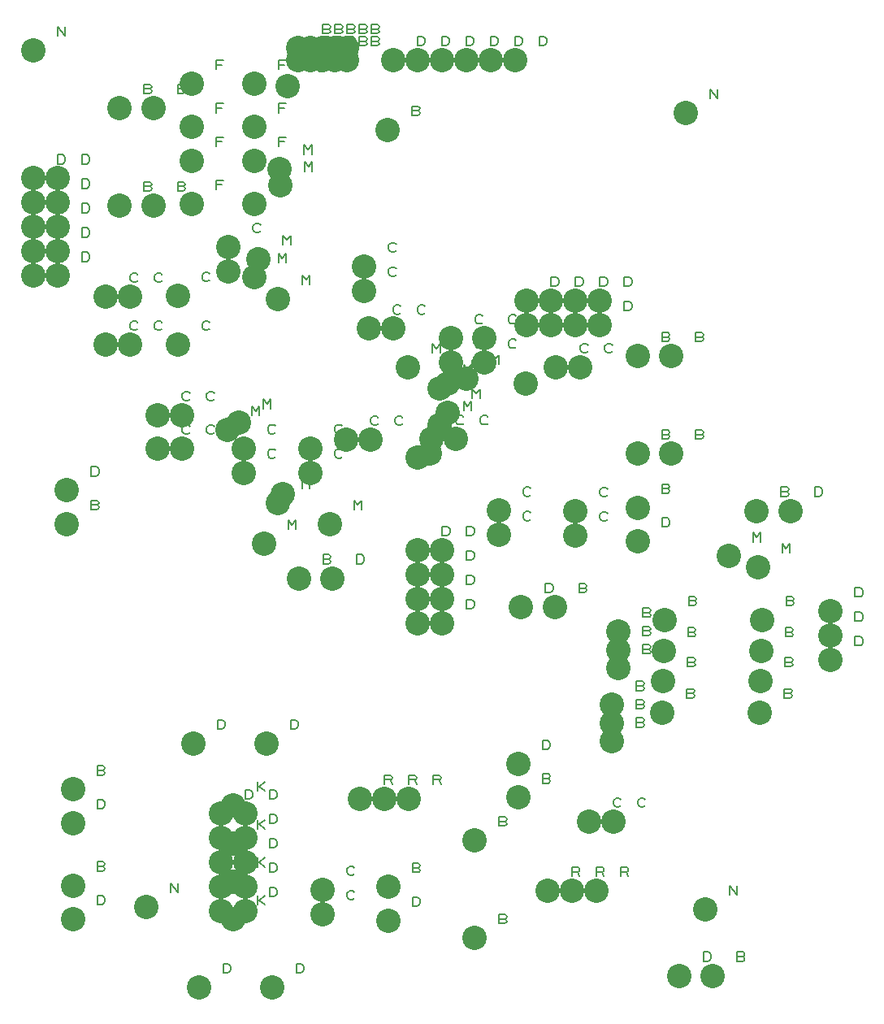
<source format=gbr>
%FSLAX35Y35*%
%MOIN*%
G04 EasyPC Gerber Version 18.0.8 Build 3632 *
%ADD10C,0.00500*%
%ADD87C,0.10000*%
X0Y0D02*
D02*
D10*
X108856Y322723D02*
Y326473D01*
X110731*
X111356Y326161*
X111669Y325848*
X111981Y325223*
Y323973*
X111669Y323348*
X111356Y323035*
X110731Y322723*
X108856*
Y332723D02*
Y336473D01*
X110731*
X111356Y336161*
X111669Y335848*
X111981Y335223*
Y333973*
X111669Y333348*
X111356Y333035*
X110731Y332723*
X108856*
Y342723D02*
Y346473D01*
X110731*
X111356Y346161*
X111669Y345848*
X111981Y345223*
Y343973*
X111669Y343348*
X111356Y343035*
X110731Y342723*
X108856*
Y352723D02*
Y356473D01*
X110731*
X111356Y356161*
X111669Y355848*
X111981Y355223*
Y353973*
X111669Y353348*
X111356Y353035*
X110731Y352723*
X108856*
Y362723D02*
Y366473D01*
X110731*
X111356Y366161*
X111669Y365848*
X111981Y365223*
Y363973*
X111669Y363348*
X111356Y363035*
X110731Y362723*
X108856*
Y415243D02*
Y418993D01*
X111981Y415243*
Y418993*
X118856Y322723D02*
Y326473D01*
X120731*
X121356Y326161*
X121669Y325848*
X121981Y325223*
Y323973*
X121669Y323348*
X121356Y323035*
X120731Y322723*
X118856*
Y332723D02*
Y336473D01*
X120731*
X121356Y336161*
X121669Y335848*
X121981Y335223*
Y333973*
X121669Y333348*
X121356Y333035*
X120731Y332723*
X118856*
Y342723D02*
Y346473D01*
X120731*
X121356Y346161*
X121669Y345848*
X121981Y345223*
Y343973*
X121669Y343348*
X121356Y343035*
X120731Y342723*
X118856*
Y352723D02*
Y356473D01*
X120731*
X121356Y356161*
X121669Y355848*
X121981Y355223*
Y353973*
X121669Y353348*
X121356Y353035*
X120731Y352723*
X118856*
Y362723D02*
Y366473D01*
X120731*
X121356Y366161*
X121669Y365848*
X121981Y365223*
Y363973*
X121669Y363348*
X121356Y363035*
X120731Y362723*
X118856*
X124823Y222844D02*
X125448Y222531D01*
X125761Y221906*
X125448Y221281*
X124823Y220969*
X122636*
Y224719*
X124823*
X125448Y224406*
X125761Y223781*
X125448Y223156*
X124823Y222844*
X122636*
Y234748D02*
Y238498D01*
X124511*
X125136Y238186*
X125448Y237873*
X125761Y237248*
Y235998*
X125448Y235373*
X125136Y235061*
X124511Y234748*
X122636*
X125195Y58926D02*
Y62676D01*
X127070*
X127695Y62364*
X128007Y62051*
X128320Y61426*
Y60176*
X128007Y59551*
X127695Y59239*
X127070Y58926*
X125195*
X127382Y74581D02*
X128007Y74268D01*
X128320Y73643*
X128007Y73018*
X127382Y72706*
X125195*
Y76456*
X127382*
X128007Y76143*
X128320Y75518*
X128007Y74893*
X127382Y74581*
X125195*
Y98296D02*
Y102046D01*
X127070*
X127695Y101734*
X128007Y101421*
X128320Y100796*
Y99546*
X128007Y98921*
X127695Y98609*
X127070Y98296*
X125195*
X127382Y113951D02*
X128007Y113638D01*
X128320Y113013*
X128007Y112388*
X127382Y112076*
X125195*
Y115826*
X127382*
X128007Y115513*
X128320Y114888*
X128007Y114263*
X127382Y113951*
X125195*
X141706Y295100D02*
X141393Y294787D01*
X140768Y294475*
X139831*
X139206Y294787*
X138893Y295100*
X138581Y295725*
Y296975*
X138893Y297600*
X139206Y297913*
X139831Y298225*
X140768*
X141393Y297913*
X141706Y297600*
Y314785D02*
X141393Y314472D01*
X140768Y314160*
X139831*
X139206Y314472*
X138893Y314785*
X138581Y315410*
Y316660*
X138893Y317285*
X139206Y317598*
X139831Y317910*
X140768*
X141393Y317598*
X141706Y317285*
X146477Y353496D02*
X147102Y353183D01*
X147415Y352558*
X147102Y351933*
X146477Y351620*
X144289*
Y355370*
X146477*
X147102Y355058*
X147415Y354433*
X147102Y353808*
X146477Y353496*
X144289*
X146477Y393496D02*
X147102Y393183D01*
X147415Y392558*
X147102Y391933*
X146477Y391620*
X144289*
Y395370*
X146477*
X147102Y395058*
X147415Y394433*
X147102Y393808*
X146477Y393496*
X144289*
X151706Y295100D02*
X151393Y294787D01*
X150768Y294475*
X149831*
X149206Y294787*
X148893Y295100*
X148581Y295725*
Y296975*
X148893Y297600*
X149206Y297913*
X149831Y298225*
X150768*
X151393Y297913*
X151706Y297600*
Y314785D02*
X151393Y314472D01*
X150768Y314160*
X149831*
X149206Y314472*
X148893Y314785*
X148581Y315410*
Y316660*
X148893Y317285*
X149206Y317598*
X149831Y317910*
X150768*
X151393Y317598*
X151706Y317285*
X155116Y63865D02*
Y67615D01*
X158241Y63865*
Y67615*
X160256Y353496D02*
X160881Y353183D01*
X161194Y352558*
X160881Y351933*
X160256Y351620*
X158069*
Y355370*
X160256*
X160881Y355058*
X161194Y354433*
X160881Y353808*
X160256Y353496*
X158069*
X160256Y393496D02*
X160881Y393183D01*
X161194Y392558*
X160881Y391933*
X160256Y391620*
X158069*
Y395370*
X160256*
X160881Y395058*
X161194Y394433*
X160881Y393808*
X160256Y393496*
X158069*
X163163Y252482D02*
X162850Y252169D01*
X162225Y251857*
X161287*
X160663Y252169*
X160350Y252482*
X160037Y253107*
Y254357*
X160350Y254982*
X160663Y255294*
X161287Y255607*
X162225*
X162850Y255294*
X163163Y254982*
Y266261D02*
X162850Y265949D01*
X162225Y265636*
X161287*
X160663Y265949*
X160350Y266261*
X160037Y266886*
Y268136*
X160350Y268761*
X160663Y269074*
X161287Y269386*
X162225*
X162850Y269074*
X163163Y268761*
X171233Y295100D02*
X170921Y294787D01*
X170296Y294475*
X169358*
X168733Y294787*
X168421Y295100*
X168108Y295725*
Y296975*
X168421Y297600*
X168733Y297913*
X169358Y298225*
X170296*
X170921Y297913*
X171233Y297600*
Y315100D02*
X170921Y314787D01*
X170296Y314475*
X169358*
X168733Y314787*
X168421Y315100*
X168108Y315725*
Y316975*
X168421Y317600*
X168733Y317913*
X169358Y318225*
X170296*
X170921Y317913*
X171233Y317600*
X173163Y252482D02*
X172850Y252169D01*
X172225Y251857*
X171287*
X170663Y252169*
X170350Y252482*
X170037Y253107*
Y254357*
X170350Y254982*
X170663Y255294*
X171287Y255607*
X172225*
X172850Y255294*
X173163Y254982*
Y266261D02*
X172850Y265949D01*
X172225Y265636*
X171287*
X170663Y265949*
X170350Y266261*
X170037Y266886*
Y268136*
X170350Y268761*
X170663Y269074*
X171287Y269386*
X172225*
X172850Y269074*
X173163Y268761*
X173817Y352250D02*
Y356000D01*
X176942*
X176317Y354126D02*
X173817D01*
Y369967D02*
Y373717D01*
X176942*
X176317Y371842D02*
X173817D01*
Y383746D02*
Y387496D01*
X176942*
X176317Y385622D02*
X173817D01*
Y401463D02*
Y405213D01*
X176942*
X176317Y403338D02*
X173817D01*
X174467Y130991D02*
Y134741D01*
X176342*
X176967Y134428*
X177279Y134116*
X177592Y133491*
Y132241*
X177279Y131616*
X176967Y131303*
X176342Y130991*
X174467*
X176730Y30892D02*
Y34642D01*
X178606*
X179230Y34330*
X179543Y34017*
X179856Y33392*
Y32142*
X179543Y31517*
X179230Y31205*
X178606Y30892*
X176730*
X185746Y62172D02*
Y65922D01*
X187621*
X188246Y65609*
X188559Y65297*
X188871Y64672*
Y63422*
X188559Y62797*
X188246Y62484*
X187621Y62172*
X185746*
Y72172D02*
Y75922D01*
X187621*
X188246Y75609*
X188559Y75297*
X188871Y74672*
Y73422*
X188559Y72797*
X188246Y72484*
X187621Y72172*
X185746*
Y82172D02*
Y85922D01*
X187621*
X188246Y85609*
X188559Y85297*
X188871Y84672*
Y83422*
X188559Y82797*
X188246Y82484*
X187621Y82172*
X185746*
Y92172D02*
Y95922D01*
X187621*
X188246Y95609*
X188559Y95297*
X188871Y94672*
Y93422*
X188559Y92797*
X188246Y92484*
X187621Y92172*
X185746*
Y102172D02*
Y105922D01*
X187621*
X188246Y105609*
X188559Y105297*
X188871Y104672*
Y103422*
X188559Y102797*
X188246Y102484*
X187621Y102172*
X185746*
X188581Y259534D02*
Y263284D01*
X190143Y261409*
X191706Y263284*
Y259534*
X192100Y325159D02*
X191787Y324846D01*
X191162Y324534*
X190224*
X189600Y324846*
X189287Y325159*
X188974Y325784*
Y327034*
X189287Y327659*
X189600Y327972*
X190224Y328284*
X191162*
X191787Y327972*
X192100Y327659*
Y335159D02*
X191787Y334846D01*
X191162Y334534*
X190224*
X189600Y334846*
X189287Y335159*
X188974Y335784*
Y337034*
X189287Y337659*
X189600Y337972*
X190224Y338284*
X191162*
X191787Y337972*
X192100Y337659*
X190746Y58786D02*
Y62536D01*
Y60661D02*
X191683D01*
X193871Y62536*
X191683Y60661D02*
X193871Y58786D01*
X190746Y74376D02*
Y78126D01*
Y76252D02*
X191683D01*
X193871Y78126*
X191683Y76252D02*
X193871Y74376D01*
X190746Y89967D02*
Y93717D01*
Y91842D02*
X191683D01*
X193871Y93717*
X191683Y91842D02*
X193871Y89967D01*
X190746Y105557D02*
Y109307D01*
Y107433D02*
X191683D01*
X193871Y109307*
X191683Y107433D02*
X193871Y105557D01*
X193207Y262388D02*
Y266138D01*
X194769Y264263*
X196332Y266138*
Y262388*
X198202Y242639D02*
X197889Y242327D01*
X197264Y242014*
X196327*
X195702Y242327*
X195389Y242639*
X195077Y243264*
Y244514*
X195389Y245139*
X195702Y245452*
X196327Y245764*
X197264*
X197889Y245452*
X198202Y245139*
Y252639D02*
X197889Y252327D01*
X197264Y252014*
X196327*
X195702Y252327*
X195389Y252639*
X195077Y253264*
Y254514*
X195389Y255139*
X195702Y255452*
X196327Y255764*
X197264*
X197889Y255452*
X198202Y255139*
X195746Y62172D02*
Y65922D01*
X197621*
X198246Y65609*
X198559Y65297*
X198871Y64672*
Y63422*
X198559Y62797*
X198246Y62484*
X197621Y62172*
X195746*
Y72172D02*
Y75922D01*
X197621*
X198246Y75609*
X198559Y75297*
X198871Y74672*
Y73422*
X198559Y72797*
X198246Y72484*
X197621Y72172*
X195746*
Y82172D02*
Y85922D01*
X197621*
X198246Y85609*
X198559Y85297*
X198871Y84672*
Y83422*
X198559Y82797*
X198246Y82484*
X197621Y82172*
X195746*
Y92172D02*
Y95922D01*
X197621*
X198246Y95609*
X198559Y95297*
X198871Y94672*
Y93422*
X198559Y92797*
X198246Y92484*
X197621Y92172*
X195746*
Y102172D02*
Y105922D01*
X197621*
X198246Y105609*
X198559Y105297*
X198871Y104672*
Y103422*
X198559Y102797*
X198246Y102484*
X197621Y102172*
X195746*
X199407Y322132D02*
Y325882D01*
X200970Y324007*
X202533Y325882*
Y322132*
X199407Y352250D02*
Y356000D01*
X202533*
X201907Y354126D02*
X199407D01*
Y369967D02*
Y373717D01*
X202533*
X201907Y371842D02*
X199407D01*
Y383746D02*
Y387496D01*
X202533*
X201907Y385622D02*
X199407D01*
Y401463D02*
Y405213D01*
X202533*
X201907Y403338D02*
X199407D01*
X201376Y329613D02*
Y333363D01*
X202939Y331488*
X204501Y333363*
Y329613*
X203443Y212880D02*
Y216630D01*
X205006Y214756*
X206568Y216630*
Y212880*
X204467Y130991D02*
Y134741D01*
X206342*
X206967Y134428*
X207279Y134116*
X207592Y133491*
Y132241*
X207279Y131616*
X206967Y131303*
X206342Y130991*
X204467*
X206730Y30892D02*
Y34642D01*
X208606*
X209230Y34330*
X209543Y34017*
X209856Y33392*
Y32142*
X209543Y31517*
X209230Y31205*
X208606Y30892*
X206730*
X209250Y229711D02*
Y233461D01*
X210813Y231586*
X212375Y233461*
Y229711*
X209250Y313274D02*
Y317024D01*
X210813Y315149*
X212375Y317024*
Y313274*
X210037Y366719D02*
Y370469D01*
X211600Y368594*
X213163Y370469*
Y366719*
X210234Y359731D02*
Y363481D01*
X211797Y361606*
X213359Y363481*
Y359731*
X211219Y233156D02*
Y236906D01*
X212781Y235031*
X214344Y236906*
Y233156*
X213187Y400577D02*
Y404327D01*
X214750Y402452*
X216312Y404327*
Y400577*
X219902Y413023D02*
X220527Y412711D01*
X220840Y412086*
X220527Y411461*
X219902Y411148*
X217715*
Y414898*
X219902*
X220527Y414586*
X220840Y413961*
X220527Y413336*
X219902Y413023*
X217715*
X219902Y418023D02*
X220527Y417711D01*
X220840Y417086*
X220527Y416461*
X219902Y416148*
X217715*
Y419898*
X219902*
X220527Y419586*
X220840Y418961*
X220527Y418336*
X219902Y418023*
X217715*
X219919Y200582D02*
X220544Y200270D01*
X220857Y199645*
X220544Y199020*
X219919Y198707*
X217732*
Y202457*
X219919*
X220544Y202145*
X220857Y201520*
X220544Y200895*
X219919Y200582*
X217732*
X225663Y242639D02*
X225350Y242327D01*
X224725Y242014*
X223787*
X223163Y242327*
X222850Y242639*
X222537Y243264*
Y244514*
X222850Y245139*
X223163Y245452*
X223787Y245764*
X224725*
X225350Y245452*
X225663Y245139*
Y252639D02*
X225350Y252327D01*
X224725Y252014*
X223787*
X223163Y252327*
X222850Y252639*
X222537Y253264*
Y254514*
X222850Y255139*
X223163Y255452*
X223787Y255764*
X224725*
X225350Y255452*
X225663Y255139*
X224902Y413023D02*
X225527Y412711D01*
X225840Y412086*
X225527Y411461*
X224902Y411148*
X222715*
Y414898*
X224902*
X225527Y414586*
X225840Y413961*
X225527Y413336*
X224902Y413023*
X222715*
X224902Y418023D02*
X225527Y417711D01*
X225840Y417086*
X225527Y416461*
X224902Y416148*
X222715*
Y419898*
X224902*
X225527Y419586*
X225840Y418961*
X225527Y418336*
X224902Y418023*
X222715*
X230682Y61576D02*
X230370Y61264D01*
X229744Y60951*
X228807*
X228182Y61264*
X227870Y61576*
X227557Y62201*
Y63451*
X227870Y64076*
X228182Y64389*
X228807Y64701*
X229744*
X230370Y64389*
X230682Y64076*
Y71576D02*
X230370Y71264D01*
X229744Y70951*
X228807*
X228182Y71264*
X227870Y71576*
X227557Y72201*
Y73451*
X227870Y74076*
X228182Y74389*
X228807Y74701*
X229744*
X230370Y74389*
X230682Y74076*
X229902Y413023D02*
X230527Y412711D01*
X230840Y412086*
X230527Y411461*
X229902Y411148*
X227715*
Y414898*
X229902*
X230527Y414586*
X230840Y413961*
X230527Y413336*
X229902Y413023*
X227715*
X229902Y418023D02*
X230527Y417711D01*
X230840Y417086*
X230527Y416461*
X229902Y416148*
X227715*
Y419898*
X229902*
X230527Y419586*
X230840Y418961*
X230527Y418336*
X229902Y418023*
X227715*
X230411Y220969D02*
Y224719D01*
X231974Y222844*
X233537Y224719*
Y220969*
X231511Y198707D02*
Y202457D01*
X233387*
X234011Y202145*
X234324Y201832*
X234637Y201207*
Y199957*
X234324Y199332*
X234011Y199020*
X233387Y198707*
X231511*
X234902Y413023D02*
X235527Y412711D01*
X235840Y412086*
X235527Y411461*
X234902Y411148*
X232715*
Y414898*
X234902*
X235527Y414586*
X235840Y413961*
X235527Y413336*
X234902Y413023*
X232715*
X234902Y418023D02*
X235527Y417711D01*
X235840Y417086*
X235527Y416461*
X234902Y416148*
X232715*
Y419898*
X234902*
X235527Y419586*
X235840Y418961*
X235527Y418336*
X234902Y418023*
X232715*
X240367Y256222D02*
X240055Y255909D01*
X239430Y255597*
X238492*
X237867Y255909*
X237555Y256222*
X237242Y256847*
Y258097*
X237555Y258722*
X237867Y259035*
X238492Y259347*
X239430*
X240055Y259035*
X240367Y258722*
X239902Y413023D02*
X240527Y412711D01*
X240840Y412086*
X240527Y411461*
X239902Y411148*
X237715*
Y414898*
X239902*
X240527Y414586*
X240840Y413961*
X240527Y413336*
X239902Y413023*
X237715*
X239902Y418023D02*
X240527Y417711D01*
X240840Y417086*
X240527Y416461*
X239902Y416148*
X237715*
Y419898*
X239902*
X240527Y419586*
X240840Y418961*
X240527Y418336*
X239902Y418023*
X237715*
X243049Y108254D02*
Y112004D01*
X245237*
X245862Y111692*
X246174Y111067*
X245862Y110442*
X245237Y110130*
X243049*
X245237D02*
X246174Y108254D01*
X247808Y317285D02*
X247496Y316972D01*
X246870Y316660*
X245933*
X245308Y316972*
X244996Y317285*
X244683Y317910*
Y319160*
X244996Y319785*
X245308Y320098*
X245933Y320410*
X246870*
X247496Y320098*
X247808Y319785*
Y327285D02*
X247496Y326972D01*
X246870Y326660*
X245933*
X245308Y326972*
X244996Y327285*
X244683Y327910*
Y329160*
X244996Y329785*
X245308Y330098*
X245933Y330410*
X246870*
X247496Y330098*
X247808Y329785*
X249619Y301694D02*
X249307Y301382D01*
X248681Y301069*
X247744*
X247119Y301382*
X246807Y301694*
X246494Y302319*
Y303569*
X246807Y304194*
X247119Y304507*
X247744Y304819*
X248681*
X249307Y304507*
X249619Y304194*
X250367Y256222D02*
X250055Y255909D01*
X249430Y255597*
X248492*
X247867Y255909*
X247555Y256222*
X247242Y256847*
Y258097*
X247555Y258722*
X247867Y259035*
X248492Y259347*
X249430*
X250055Y259035*
X250367Y258722*
X253049Y108254D02*
Y112004D01*
X255237*
X255862Y111692*
X256174Y111067*
X255862Y110442*
X255237Y110130*
X253049*
X255237D02*
X256174Y108254D01*
X256516Y384539D02*
X257141Y384226D01*
X257454Y383602*
X257141Y382976*
X256516Y382664*
X254329*
Y386414*
X256516*
X257141Y386102*
X257454Y385476*
X257141Y384852*
X256516Y384539*
X254329*
X254427Y58335D02*
Y62085D01*
X256302*
X256927Y61773*
X257240Y61461*
X257552Y60835*
Y59585*
X257240Y58961*
X256927Y58648*
X256302Y58335*
X254427*
X256615Y73990D02*
X257240Y73678D01*
X257552Y73053*
X257240Y72428*
X256615Y72115*
X254427*
Y75865*
X256615*
X257240Y75553*
X257552Y74928*
X257240Y74303*
X256615Y73990*
X254427*
X259619Y301694D02*
X259307Y301382D01*
X258681Y301069*
X257744*
X257119Y301382*
X256807Y301694*
X256494Y302319*
Y303569*
X256807Y304194*
X257119Y304507*
X257744Y304819*
X258681*
X259307Y304507*
X259619Y304194*
X256494Y411306D02*
Y415056D01*
X258369*
X258994Y414743*
X259307Y414431*
X259619Y413806*
Y412556*
X259307Y411931*
X258994Y411618*
X258369Y411306*
X256494*
X262695Y285223D02*
Y288973D01*
X264257Y287098*
X265820Y288973*
Y285223*
X263049Y108254D02*
Y112004D01*
X265237*
X265862Y111692*
X266174Y111067*
X265862Y110442*
X265237Y110130*
X263049*
X265237D02*
X266174Y108254D01*
X266435Y248117D02*
Y251867D01*
X267998Y249992*
X269560Y251867*
Y248117*
X266494Y411306D02*
Y415056D01*
X268369*
X268994Y414743*
X269307Y414431*
X269619Y413806*
Y412556*
X269307Y411931*
X268994Y411618*
X268369Y411306*
X266494*
X266652Y180321D02*
Y184071D01*
X268527*
X269152Y183759*
X269464Y183446*
X269777Y182821*
Y181571*
X269464Y180946*
X269152Y180634*
X268527Y180321*
X266652*
Y190321D02*
Y194071D01*
X268527*
X269152Y193759*
X269464Y193446*
X269777Y192821*
Y191571*
X269464Y190946*
X269152Y190634*
X268527Y190321*
X266652*
Y200321D02*
Y204071D01*
X268527*
X269152Y203759*
X269464Y203446*
X269777Y202821*
Y201571*
X269464Y200946*
X269152Y200634*
X268527Y200321*
X266652*
Y210321D02*
Y214071D01*
X268527*
X269152Y213759*
X269464Y213446*
X269777Y212821*
Y211571*
X269464Y210946*
X269152Y210634*
X268527Y210321*
X266652*
X271455Y249790D02*
Y253540D01*
X273017Y251665*
X274580Y253540*
Y249790*
X275367Y256419D02*
X275055Y256106D01*
X274430Y255794*
X273492*
X272867Y256106*
X272555Y256419*
X272242Y257044*
Y258294*
X272555Y258919*
X272867Y259231*
X273492Y259544*
X274430*
X275055Y259231*
X275367Y258919*
X275392Y261483D02*
Y265233D01*
X276954Y263358*
X278517Y265233*
Y261483*
X275392Y276463D02*
Y280213D01*
X276954Y278338*
X278517Y280213*
Y276463*
X276494Y411306D02*
Y415056D01*
X278369*
X278994Y414743*
X279307Y414431*
X279619Y413806*
Y412556*
X279307Y411931*
X278994Y411618*
X278369Y411306*
X276494*
X276652Y180321D02*
Y184071D01*
X278527*
X279152Y183759*
X279464Y183446*
X279777Y182821*
Y181571*
X279464Y180946*
X279152Y180634*
X278527Y180321*
X276652*
Y190321D02*
Y194071D01*
X278527*
X279152Y193759*
X279464Y193446*
X279777Y192821*
Y191571*
X279464Y190946*
X279152Y190634*
X278527Y190321*
X276652*
Y200321D02*
Y204071D01*
X278527*
X279152Y203759*
X279464Y203446*
X279777Y202821*
Y201571*
X279464Y200946*
X279152Y200634*
X278527Y200321*
X276652*
Y210321D02*
Y214071D01*
X278527*
X279152Y213759*
X279464Y213446*
X279777Y212821*
Y211571*
X279464Y210946*
X279152Y210634*
X278527Y210321*
X276652*
X278935Y266601D02*
Y270351D01*
X280498Y268476*
X282060Y270351*
Y266601*
X278935Y278628D02*
Y282378D01*
X280498Y280504*
X282060Y282378*
Y278628*
X283241Y287757D02*
X282929Y287445D01*
X282304Y287132*
X281366*
X280741Y287445*
X280429Y287757*
X280116Y288382*
Y289632*
X280429Y290257*
X280741Y290570*
X281366Y290882*
X282304*
X282929Y290570*
X283241Y290257*
Y297757D02*
X282929Y297445D01*
X282304Y297132*
X281366*
X280741Y297445*
X280429Y297757*
X280116Y298382*
Y299632*
X280429Y300257*
X280741Y300570*
X281366Y300882*
X282304*
X282929Y300570*
X283241Y300257*
X285367Y256419D02*
X285055Y256106D01*
X284430Y255794*
X283492*
X282867Y256106*
X282555Y256419*
X282242Y257044*
Y258294*
X282555Y258919*
X282867Y259231*
X283492Y259544*
X284430*
X285055Y259231*
X285367Y258919*
X286494Y411306D02*
Y415056D01*
X288369*
X288994Y414743*
X289307Y414431*
X289619Y413806*
Y412556*
X289307Y411931*
X288994Y411618*
X288369Y411306*
X286494*
X286711Y280597D02*
Y284347D01*
X288273Y282472*
X289836Y284347*
Y280597*
X292146Y53043D02*
X292771Y52730D01*
X293084Y52106*
X292771Y51480*
X292146Y51168*
X289959*
Y54918*
X292146*
X292771Y54606*
X293084Y53980*
X292771Y53356*
X292146Y53043*
X289959*
X292146Y93043D02*
X292771Y92730D01*
X293084Y92106*
X292771Y91480*
X292146Y91168*
X289959*
Y94918*
X292146*
X292771Y94606*
X293084Y93980*
X292771Y93356*
X292146Y93043*
X289959*
X297021Y287757D02*
X296708Y287445D01*
X296083Y287132*
X295146*
X294521Y287445*
X294208Y287757*
X293896Y288382*
Y289632*
X294208Y290257*
X294521Y290570*
X295146Y290882*
X296083*
X296708Y290570*
X297021Y290257*
Y297757D02*
X296708Y297445D01*
X296083Y297132*
X295146*
X294521Y297445*
X294208Y297757*
X293896Y298382*
Y299632*
X294208Y300257*
X294521Y300570*
X295146Y300882*
X296083*
X296708Y300570*
X297021Y300257*
X296494Y411306D02*
Y415056D01*
X298369*
X298994Y414743*
X299307Y414431*
X299619Y413806*
Y412556*
X299307Y411931*
X298994Y411618*
X298369Y411306*
X296494*
X302926Y217049D02*
X302614Y216736D01*
X301989Y216424*
X301051*
X300426Y216736*
X300114Y217049*
X299801Y217674*
Y218924*
X300114Y219549*
X300426Y219861*
X301051Y220174*
X301989*
X302614Y219861*
X302926Y219549*
Y227049D02*
X302614Y226736D01*
X301989Y226424*
X301051*
X300426Y226736*
X300114Y227049*
X299801Y227674*
Y228924*
X300114Y229549*
X300426Y229861*
X301051Y230174*
X301989*
X302614Y229861*
X302926Y229549*
X306494Y411306D02*
Y415056D01*
X308369*
X308994Y414743*
X309307Y414431*
X309619Y413806*
Y412556*
X309307Y411931*
X308994Y411618*
X308369Y411306*
X306494*
X310059Y110639D02*
X310685Y110326D01*
X310997Y109702*
X310685Y109076*
X310059Y108764*
X307872*
Y112514*
X310059*
X310685Y112202*
X310997Y111576*
X310685Y110952*
X310059Y110639*
X307872*
Y122543D02*
Y126293D01*
X309747*
X310372Y125981*
X310685Y125669*
X310997Y125043*
Y123793*
X310685Y123169*
X310372Y122856*
X309747Y122543*
X307872*
X309036Y186896D02*
Y190646D01*
X310911*
X311536Y190334*
X311848Y190021*
X312161Y189396*
Y188146*
X311848Y187521*
X311536Y187209*
X310911Y186896*
X309036*
X310825Y278628D02*
Y282378D01*
X312387Y280504*
X313950Y282378*
Y278628*
X311376Y302605D02*
Y306355D01*
X313251*
X313876Y306043*
X314189Y305730*
X314501Y305105*
Y303855*
X314189Y303230*
X313876Y302917*
X313251Y302605*
X311376*
Y312605D02*
Y316355D01*
X313251*
X313876Y316043*
X314189Y315730*
X314501Y315105*
Y313855*
X314189Y313230*
X313876Y312917*
X313251Y312605*
X311376*
X319919Y70557D02*
Y74307D01*
X322107*
X322732Y73995*
X323044Y73370*
X322732Y72745*
X322107Y72433*
X319919*
X322107D02*
X323044Y70557D01*
X321376Y302605D02*
Y306355D01*
X323251*
X323876Y306043*
X324189Y305730*
X324501Y305105*
Y303855*
X324189Y303230*
X323876Y302917*
X323251Y302605*
X321376*
Y312605D02*
Y316355D01*
X323251*
X323876Y316043*
X324189Y315730*
X324501Y315105*
Y313855*
X324189Y313230*
X323876Y312917*
X323251Y312605*
X321376*
X325003Y188771D02*
X325628Y188459D01*
X325941Y187834*
X325628Y187209*
X325003Y186896*
X322815*
Y190646*
X325003*
X325628Y190334*
X325941Y189709*
X325628Y189084*
X325003Y188771*
X322815*
X326391Y285946D02*
X326078Y285634D01*
X325453Y285321*
X324516*
X323891Y285634*
X323578Y285946*
X323266Y286571*
Y287821*
X323578Y288446*
X323891Y288759*
X324516Y289071*
X325453*
X326078Y288759*
X326391Y288446*
X329919Y70557D02*
Y74307D01*
X332107*
X332732Y73995*
X333044Y73370*
X332732Y72745*
X332107Y72433*
X329919*
X332107D02*
X333044Y70557D01*
X334422Y216891D02*
X334110Y216579D01*
X333485Y216266*
X332547*
X331922Y216579*
X331610Y216891*
X331297Y217516*
Y218766*
X331610Y219391*
X331922Y219704*
X332547Y220016*
X333485*
X334110Y219704*
X334422Y219391*
Y226891D02*
X334110Y226579D01*
X333485Y226266*
X332547*
X331922Y226579*
X331610Y226891*
X331297Y227516*
Y228766*
X331610Y229391*
X331922Y229704*
X332547Y230016*
X333485*
X334110Y229704*
X334422Y229391*
X331376Y302605D02*
Y306355D01*
X333251*
X333876Y306043*
X334189Y305730*
X334501Y305105*
Y303855*
X334189Y303230*
X333876Y302917*
X333251Y302605*
X331376*
Y312605D02*
Y316355D01*
X333251*
X333876Y316043*
X334189Y315730*
X334501Y315105*
Y313855*
X334189Y313230*
X333876Y312917*
X333251Y312605*
X331376*
X336391Y285946D02*
X336078Y285634D01*
X335453Y285321*
X334516*
X333891Y285634*
X333578Y285946*
X333266Y286571*
Y287821*
X333578Y288446*
X333891Y288759*
X334516Y289071*
X335453*
X336078Y288759*
X336391Y288446*
X339974Y99529D02*
X339661Y99217D01*
X339036Y98904*
X338098*
X337474Y99217*
X337161Y99529*
X336848Y100154*
Y101404*
X337161Y102029*
X337474Y102342*
X338098Y102654*
X339036*
X339661Y102342*
X339974Y102029*
X339919Y70557D02*
Y74307D01*
X342107*
X342732Y73995*
X343044Y73370*
X342732Y72745*
X342107Y72433*
X339919*
X342107D02*
X343044Y70557D01*
X341376Y302605D02*
Y306355D01*
X343251*
X343876Y306043*
X344189Y305730*
X344501Y305105*
Y303855*
X344189Y303230*
X343876Y302917*
X343251Y302605*
X341376*
Y312605D02*
Y316355D01*
X343251*
X343876Y316043*
X344189Y315730*
X344501Y315105*
Y313855*
X344189Y313230*
X343876Y312917*
X343251Y312605*
X341376*
X348445Y133614D02*
X349070Y133301D01*
X349383Y132676*
X349070Y132051*
X348445Y131739*
X346258*
Y135489*
X348445*
X349070Y135176*
X349383Y134551*
X349070Y133926*
X348445Y133614*
X346258*
X348445Y141114D02*
X349070Y140801D01*
X349383Y140176*
X349070Y139551*
X348445Y139239*
X346258*
Y142989*
X348445*
X349070Y142676*
X349383Y142051*
X349070Y141426*
X348445Y141114*
X346258*
X348445Y148614D02*
X349070Y148301D01*
X349383Y147676*
X349070Y147051*
X348445Y146739*
X346258*
Y150489*
X348445*
X349070Y150176*
X349383Y149551*
X349070Y148926*
X348445Y148614*
X346258*
X349974Y99529D02*
X349661Y99217D01*
X349036Y98904*
X348098*
X347474Y99217*
X347161Y99529*
X346848Y100154*
Y101404*
X347161Y102029*
X347474Y102342*
X348098Y102654*
X349036*
X349661Y102342*
X349974Y102029*
X351201Y163673D02*
X351826Y163360D01*
X352139Y162735*
X351826Y162110*
X351201Y161798*
X349014*
Y165548*
X351201*
X351826Y165235*
X352139Y164610*
X351826Y163985*
X351201Y163673*
X349014*
X351201Y171173D02*
X351826Y170860D01*
X352139Y170235*
X351826Y169610*
X351201Y169298*
X349014*
Y173048*
X351201*
X351826Y172735*
X352139Y172110*
X351826Y171485*
X351201Y171173*
X349014*
X351201Y178673D02*
X351826Y178360D01*
X352139Y177735*
X351826Y177110*
X351201Y176798*
X349014*
Y180548*
X351201*
X351826Y180235*
X352139Y179610*
X351826Y178985*
X351201Y178673*
X349014*
X356888Y213847D02*
Y217597D01*
X358763*
X359388Y217285*
X359700Y216972*
X360013Y216347*
Y215097*
X359700Y214472*
X359388Y214160*
X358763Y213847*
X356888*
X359075Y229502D02*
X359700Y229189D01*
X360013Y228565*
X359700Y227939*
X359075Y227627*
X356888*
Y231377*
X359075*
X359700Y231065*
X360013Y230439*
X359700Y229815*
X359075Y229502*
X356888*
X359075Y251763D02*
X359700Y251451D01*
X360013Y250826*
X359700Y250201*
X359075Y249888*
X356888*
Y253638*
X359075*
X359700Y253326*
X360013Y252701*
X359700Y252076*
X359075Y251763*
X356888*
X359075Y291763D02*
X359700Y291451D01*
X360013Y290826*
X359700Y290201*
X359075Y289888*
X356888*
Y293638*
X359075*
X359700Y293326*
X360013Y292701*
X359700Y292076*
X359075Y291763*
X356888*
X369174Y145563D02*
X369799Y145250D01*
X370111Y144625*
X369799Y144000*
X369174Y143687*
X366986*
Y147437*
X369174*
X369799Y147125*
X370111Y146500*
X369799Y145875*
X369174Y145563*
X366986*
X369508Y158358D02*
X370133Y158045D01*
X370446Y157420*
X370133Y156795*
X369508Y156483*
X367321*
Y160233*
X369508*
X370133Y159920*
X370446Y159295*
X370133Y158670*
X369508Y158358*
X367321*
X369705Y170661D02*
X370330Y170348D01*
X370643Y169724*
X370330Y169098*
X369705Y168786*
X367518*
Y172536*
X369705*
X370330Y172224*
X370643Y171598*
X370330Y170974*
X369705Y170661*
X367518*
X369961Y183456D02*
X370586Y183144D01*
X370899Y182519*
X370586Y181894*
X369961Y181581*
X367774*
Y185331*
X369961*
X370586Y185019*
X370899Y184394*
X370586Y183769*
X369961Y183456*
X367774*
X372855Y251763D02*
X373480Y251451D01*
X373793Y250826*
X373480Y250201*
X372855Y249888*
X370667*
Y253638*
X372855*
X373480Y253326*
X373793Y252701*
X373480Y252076*
X372855Y251763*
X370667*
X372855Y291763D02*
X373480Y291451D01*
X373793Y290826*
X373480Y290201*
X372855Y289888*
X370667*
Y293638*
X372855*
X373480Y293326*
X373793Y292701*
X373480Y292076*
X372855Y291763*
X370667*
X373800Y35715D02*
Y39465D01*
X375675*
X376300Y39153*
X376612Y38840*
X376925Y38215*
Y36965*
X376612Y36340*
X376300Y36028*
X375675Y35715*
X373800*
X376573Y389652D02*
Y393402D01*
X379698Y389652*
Y393402*
X384447Y62880D02*
Y66630D01*
X387572Y62880*
Y66630*
X389767Y37590D02*
X390392Y37278D01*
X390704Y36653*
X390392Y36028*
X389767Y35715*
X387579*
Y39465*
X389767*
X390392Y39153*
X390704Y38528*
X390392Y37903*
X389767Y37590*
X387579*
X394093Y207762D02*
Y211512D01*
X395655Y209637*
X397218Y211512*
Y207762*
X407813Y228240D02*
X408438Y227927D01*
X408751Y227302*
X408438Y226677*
X407813Y226365*
X405626*
Y230115*
X407813*
X408438Y229802*
X408751Y229177*
X408438Y228552*
X407813Y228240*
X405626*
X406100Y203136D02*
Y206886D01*
X407663Y205011*
X409226Y206886*
Y203136*
X409174Y145563D02*
X409799Y145250D01*
X410111Y144625*
X409799Y144000*
X409174Y143687*
X406986*
Y147437*
X409174*
X409799Y147125*
X410111Y146500*
X409799Y145875*
X409174Y145563*
X406986*
X409508Y158358D02*
X410133Y158045D01*
X410446Y157420*
X410133Y156795*
X409508Y156483*
X407321*
Y160233*
X409508*
X410133Y159920*
X410446Y159295*
X410133Y158670*
X409508Y158358*
X407321*
X409705Y170661D02*
X410330Y170348D01*
X410643Y169724*
X410330Y169098*
X409705Y168786*
X407518*
Y172536*
X409705*
X410330Y172224*
X410643Y171598*
X410330Y170974*
X409705Y170661*
X407518*
X409961Y183456D02*
X410586Y183144D01*
X410899Y182519*
X410586Y181894*
X409961Y181581*
X407774*
Y185331*
X409961*
X410586Y185019*
X410899Y184394*
X410586Y183769*
X409961Y183456*
X407774*
X419405Y226365D02*
Y230115D01*
X421280*
X421905Y229802*
X422218Y229490*
X422530Y228865*
Y227615*
X422218Y226990*
X421905Y226677*
X421280Y226365*
X419405*
X435982Y165124D02*
Y168874D01*
X437857*
X438482Y168562*
X438795Y168250*
X439107Y167624*
Y166374*
X438795Y165750*
X438482Y165437*
X437857Y165124*
X435982*
Y175124D02*
Y178874D01*
X437857*
X438482Y178562*
X438795Y178250*
X439107Y177624*
Y176374*
X438795Y175750*
X438482Y175437*
X437857Y175124*
X435982*
Y185124D02*
Y188874D01*
X437857*
X438482Y188562*
X438795Y188250*
X439107Y187624*
Y186374*
X438795Y185750*
X438482Y185437*
X437857Y185124*
X435982*
D02*
D87*
X98856Y316785D03*
Y326785D03*
Y336785D03*
Y346785D03*
Y356785D03*
Y409305D03*
X108856Y316785D03*
Y326785D03*
Y336785D03*
Y346785D03*
Y356785D03*
X112636Y215031D03*
Y228811D03*
X115195Y52989D03*
Y66768D03*
Y92359D03*
Y106138D03*
X128581Y288537D03*
Y308222D03*
X134289Y345683D03*
Y385683D03*
X138581Y288537D03*
Y308222D03*
X145116Y57927D03*
X148069Y345683D03*
Y385683D03*
X150037Y245919D03*
Y259699D03*
X158108Y288537D03*
Y308537D03*
X160037Y245919D03*
Y259699D03*
X163817Y346313D03*
Y364030D03*
Y377809D03*
Y395526D03*
X164467Y125053D03*
X166730Y24955D03*
X175746Y56234D03*
Y66234D03*
Y76234D03*
Y86234D03*
Y96234D03*
X178581Y253596D03*
X178974Y318596D03*
Y328596D03*
X180746Y52848D03*
Y68439D03*
Y84030D03*
Y99620D03*
X183207Y256451D03*
X185077Y236077D03*
Y246077D03*
X185746Y56234D03*
Y66234D03*
Y76234D03*
Y86234D03*
Y96234D03*
X189407Y316195D03*
Y346313D03*
Y364030D03*
Y377809D03*
Y395526D03*
X191376Y323675D03*
X193443Y206943D03*
X194467Y125053D03*
X196730Y24955D03*
X199250Y223774D03*
Y307337D03*
X200037Y360781D03*
X200234Y353793D03*
X201219Y227219D03*
X203187Y394640D03*
X207715Y405211D03*
Y410211D03*
X207732Y192770D03*
X212537Y236077D03*
Y246077D03*
X212715Y405211D03*
Y410211D03*
X217557Y55014D03*
Y65014D03*
X217715Y405211D03*
Y410211D03*
X220411Y215031D03*
X221511Y192770D03*
X222715Y405211D03*
Y410211D03*
X227242Y249659D03*
X227715Y405211D03*
Y410211D03*
X233049Y102317D03*
X234683Y310722D03*
Y320722D03*
X236494Y295132D03*
X237242Y249659D03*
X243049Y102317D03*
X244329Y376726D03*
X244427Y52398D03*
Y66178D03*
X246494Y295132D03*
Y405368D03*
X252695Y279285D03*
X253049Y102317D03*
X256435Y242179D03*
X256494Y405368D03*
X256652Y174384D03*
Y184384D03*
Y194384D03*
Y204384D03*
X261455Y243852D03*
X262242Y249856D03*
X265392Y255545D03*
Y270526D03*
X266494Y405368D03*
X266652Y174384D03*
Y184384D03*
Y194384D03*
Y204384D03*
X268935Y260663D03*
Y272691D03*
X270116Y281195D03*
Y291195D03*
X272242Y249856D03*
X276494Y405368D03*
X276711Y274659D03*
X279959Y45230D03*
Y85230D03*
X283896Y281195D03*
Y291195D03*
X286494Y405368D03*
X289801Y210486D03*
Y220486D03*
X296494Y405368D03*
X297872Y102826D03*
Y116606D03*
X299036Y180959D03*
X300825Y272691D03*
X301376Y296667D03*
Y306667D03*
X309919Y64620D03*
X311376Y296667D03*
Y306667D03*
X312815Y180959D03*
X313266Y279384D03*
X319919Y64620D03*
X321297Y210329D03*
Y220329D03*
X321376Y296667D03*
Y306667D03*
X323266Y279384D03*
X326848Y92967D03*
X329919Y64620D03*
X331376Y296667D03*
Y306667D03*
X336258Y125801D03*
Y133301D03*
Y140801D03*
X336848Y92967D03*
X339014Y155860D03*
Y163360D03*
Y170860D03*
X346888Y207910D03*
Y221689D03*
Y243951D03*
Y283951D03*
X356986Y137750D03*
X357321Y150545D03*
X357518Y162848D03*
X357774Y175644D03*
X360667Y243951D03*
Y283951D03*
X363800Y29778D03*
X366573Y383715D03*
X374447Y56943D03*
X377579Y29778D03*
X384093Y201825D03*
X395626Y220427D03*
X396100Y197199D03*
X396986Y137750D03*
X397321Y150545D03*
X397518Y162848D03*
X397774Y175644D03*
X409405Y220427D03*
X425982Y159187D03*
Y169187D03*
Y179187D03*
X0Y0D02*
M02*

</source>
